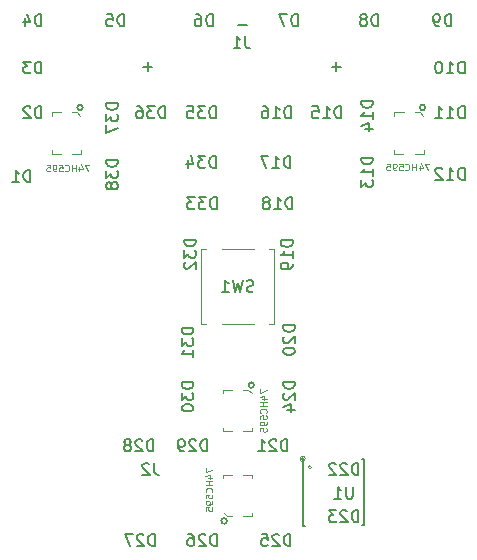
<source format=gbr>
G04 #@! TF.GenerationSoftware,KiCad,Pcbnew,(5.0.0)*
G04 #@! TF.CreationDate,2019-06-08T12:39:54-04:00*
G04 #@! TF.ProjectId,Tiny-er T,54696E792D657220542E6B696361645F,rev?*
G04 #@! TF.SameCoordinates,Original*
G04 #@! TF.FileFunction,Legend,Bot*
G04 #@! TF.FilePolarity,Positive*
%FSLAX46Y46*%
G04 Gerber Fmt 4.6, Leading zero omitted, Abs format (unit mm)*
G04 Created by KiCad (PCBNEW (5.0.0)) date 06/08/19 12:39:54*
%MOMM*%
%LPD*%
G01*
G04 APERTURE LIST*
%ADD10C,0.150000*%
%ADD11C,0.100000*%
%ADD12C,0.120000*%
%ADD13C,0.127000*%
%ADD14C,0.050000*%
G04 APERTURE END LIST*
D10*
G04 #@! TO.C,U1*
X120695000Y-115125000D02*
X120695000Y-120700000D01*
X115495000Y-115100000D02*
X115495000Y-120800000D01*
X120695000Y-115100000D02*
X120495000Y-115100000D01*
X120670000Y-120700000D02*
X120525000Y-120700000D01*
X115495000Y-120800000D02*
X115695000Y-120800000D01*
X115495000Y-115100000D02*
X115595000Y-115100000D01*
D11*
X116236421Y-115800000D02*
G75*
G03X116236421Y-115800000I-141421J0D01*
G01*
X115636421Y-115100000D02*
G75*
G03X115636421Y-115100000I-141421J0D01*
G01*
X115718607Y-115100000D02*
G75*
G03X115718607Y-115100000I-223607J0D01*
G01*
D12*
G04 #@! TO.C,SW1*
X107350000Y-103650000D02*
X106900000Y-103650000D01*
X106900000Y-103650000D02*
X106900000Y-97350000D01*
X106900000Y-97350000D02*
X107300000Y-97350000D01*
X108650000Y-103650000D02*
X111350000Y-103650000D01*
X111350000Y-97350000D02*
X108650000Y-97350000D01*
X113100000Y-103650000D02*
X113100000Y-97350000D01*
X113100000Y-97350000D02*
X112650000Y-97350000D01*
X112650000Y-103650000D02*
X113100000Y-103650000D01*
D11*
G04 #@! TO.C,U3*
X125400000Y-85750000D02*
X125675000Y-86025000D01*
X124975000Y-85750000D02*
X125400000Y-85750000D01*
X124050000Y-85750000D02*
X124025000Y-85750000D01*
X123250000Y-85750000D02*
X124050000Y-85750000D01*
X123250000Y-86025000D02*
X123250000Y-85750000D01*
X123250000Y-89250000D02*
X123250000Y-88950000D01*
X124025000Y-89250000D02*
X123250000Y-89250000D01*
X125750000Y-89250000D02*
X124975000Y-89250000D01*
X125750000Y-88975000D02*
X125750000Y-89250000D01*
D13*
X125885850Y-85350000D02*
G75*
G03X125885850Y-85350000I-235850J0D01*
G01*
D11*
G04 #@! TO.C,U4*
X110900000Y-109250000D02*
X111175000Y-109525000D01*
X110475000Y-109250000D02*
X110900000Y-109250000D01*
X109550000Y-109250000D02*
X109525000Y-109250000D01*
X108750000Y-109250000D02*
X109550000Y-109250000D01*
X108750000Y-109525000D02*
X108750000Y-109250000D01*
X108750000Y-112750000D02*
X108750000Y-112450000D01*
X109525000Y-112750000D02*
X108750000Y-112750000D01*
X111250000Y-112750000D02*
X110475000Y-112750000D01*
X111250000Y-112475000D02*
X111250000Y-112750000D01*
D13*
X111385850Y-108850000D02*
G75*
G03X111385850Y-108850000I-235850J0D01*
G01*
D11*
G04 #@! TO.C,U5*
X109100000Y-119950000D02*
X108825000Y-119675000D01*
X109525000Y-119950000D02*
X109100000Y-119950000D01*
X110450000Y-119950000D02*
X110475000Y-119950000D01*
X111250000Y-119950000D02*
X110450000Y-119950000D01*
X111250000Y-119675000D02*
X111250000Y-119950000D01*
X111250000Y-116450000D02*
X111250000Y-116750000D01*
X110475000Y-116450000D02*
X111250000Y-116450000D01*
X108750000Y-116450000D02*
X109525000Y-116450000D01*
X108750000Y-116725000D02*
X108750000Y-116450000D01*
D13*
X109085850Y-120350000D02*
G75*
G03X109085850Y-120350000I-235850J0D01*
G01*
D11*
G04 #@! TO.C,U6*
X96400000Y-85750000D02*
X96675000Y-86025000D01*
X95975000Y-85750000D02*
X96400000Y-85750000D01*
X95050000Y-85750000D02*
X95025000Y-85750000D01*
X94250000Y-85750000D02*
X95050000Y-85750000D01*
X94250000Y-86025000D02*
X94250000Y-85750000D01*
X94250000Y-89250000D02*
X94250000Y-88950000D01*
X95025000Y-89250000D02*
X94250000Y-89250000D01*
X96750000Y-89250000D02*
X95975000Y-89250000D01*
X96750000Y-88975000D02*
X96750000Y-89250000D01*
D13*
X96885850Y-85350000D02*
G75*
G03X96885850Y-85350000I-235850J0D01*
G01*
G04 #@! TO.C,D1*
D10*
X92438095Y-91652380D02*
X92438095Y-90652380D01*
X92200000Y-90652380D01*
X92057142Y-90700000D01*
X91961904Y-90795238D01*
X91914285Y-90890476D01*
X91866666Y-91080952D01*
X91866666Y-91223809D01*
X91914285Y-91414285D01*
X91961904Y-91509523D01*
X92057142Y-91604761D01*
X92200000Y-91652380D01*
X92438095Y-91652380D01*
X90914285Y-91652380D02*
X91485714Y-91652380D01*
X91200000Y-91652380D02*
X91200000Y-90652380D01*
X91295238Y-90795238D01*
X91390476Y-90890476D01*
X91485714Y-90938095D01*
G04 #@! TO.C,D2*
X93388095Y-86252380D02*
X93388095Y-85252380D01*
X93150000Y-85252380D01*
X93007142Y-85300000D01*
X92911904Y-85395238D01*
X92864285Y-85490476D01*
X92816666Y-85680952D01*
X92816666Y-85823809D01*
X92864285Y-86014285D01*
X92911904Y-86109523D01*
X93007142Y-86204761D01*
X93150000Y-86252380D01*
X93388095Y-86252380D01*
X92435714Y-85347619D02*
X92388095Y-85300000D01*
X92292857Y-85252380D01*
X92054761Y-85252380D01*
X91959523Y-85300000D01*
X91911904Y-85347619D01*
X91864285Y-85442857D01*
X91864285Y-85538095D01*
X91911904Y-85680952D01*
X92483333Y-86252380D01*
X91864285Y-86252380D01*
G04 #@! TO.C,D3*
X93388095Y-82452380D02*
X93388095Y-81452380D01*
X93150000Y-81452380D01*
X93007142Y-81500000D01*
X92911904Y-81595238D01*
X92864285Y-81690476D01*
X92816666Y-81880952D01*
X92816666Y-82023809D01*
X92864285Y-82214285D01*
X92911904Y-82309523D01*
X93007142Y-82404761D01*
X93150000Y-82452380D01*
X93388095Y-82452380D01*
X92483333Y-81452380D02*
X91864285Y-81452380D01*
X92197619Y-81833333D01*
X92054761Y-81833333D01*
X91959523Y-81880952D01*
X91911904Y-81928571D01*
X91864285Y-82023809D01*
X91864285Y-82261904D01*
X91911904Y-82357142D01*
X91959523Y-82404761D01*
X92054761Y-82452380D01*
X92340476Y-82452380D01*
X92435714Y-82404761D01*
X92483333Y-82357142D01*
G04 #@! TO.C,D4*
X93388095Y-78452380D02*
X93388095Y-77452380D01*
X93150000Y-77452380D01*
X93007142Y-77500000D01*
X92911904Y-77595238D01*
X92864285Y-77690476D01*
X92816666Y-77880952D01*
X92816666Y-78023809D01*
X92864285Y-78214285D01*
X92911904Y-78309523D01*
X93007142Y-78404761D01*
X93150000Y-78452380D01*
X93388095Y-78452380D01*
X91959523Y-77785714D02*
X91959523Y-78452380D01*
X92197619Y-77404761D02*
X92435714Y-78119047D01*
X91816666Y-78119047D01*
G04 #@! TO.C,D5*
X100388095Y-78452380D02*
X100388095Y-77452380D01*
X100150000Y-77452380D01*
X100007142Y-77500000D01*
X99911904Y-77595238D01*
X99864285Y-77690476D01*
X99816666Y-77880952D01*
X99816666Y-78023809D01*
X99864285Y-78214285D01*
X99911904Y-78309523D01*
X100007142Y-78404761D01*
X100150000Y-78452380D01*
X100388095Y-78452380D01*
X98911904Y-77452380D02*
X99388095Y-77452380D01*
X99435714Y-77928571D01*
X99388095Y-77880952D01*
X99292857Y-77833333D01*
X99054761Y-77833333D01*
X98959523Y-77880952D01*
X98911904Y-77928571D01*
X98864285Y-78023809D01*
X98864285Y-78261904D01*
X98911904Y-78357142D01*
X98959523Y-78404761D01*
X99054761Y-78452380D01*
X99292857Y-78452380D01*
X99388095Y-78404761D01*
X99435714Y-78357142D01*
G04 #@! TO.C,D6*
X107888095Y-78452380D02*
X107888095Y-77452380D01*
X107650000Y-77452380D01*
X107507142Y-77500000D01*
X107411904Y-77595238D01*
X107364285Y-77690476D01*
X107316666Y-77880952D01*
X107316666Y-78023809D01*
X107364285Y-78214285D01*
X107411904Y-78309523D01*
X107507142Y-78404761D01*
X107650000Y-78452380D01*
X107888095Y-78452380D01*
X106459523Y-77452380D02*
X106650000Y-77452380D01*
X106745238Y-77500000D01*
X106792857Y-77547619D01*
X106888095Y-77690476D01*
X106935714Y-77880952D01*
X106935714Y-78261904D01*
X106888095Y-78357142D01*
X106840476Y-78404761D01*
X106745238Y-78452380D01*
X106554761Y-78452380D01*
X106459523Y-78404761D01*
X106411904Y-78357142D01*
X106364285Y-78261904D01*
X106364285Y-78023809D01*
X106411904Y-77928571D01*
X106459523Y-77880952D01*
X106554761Y-77833333D01*
X106745238Y-77833333D01*
X106840476Y-77880952D01*
X106888095Y-77928571D01*
X106935714Y-78023809D01*
G04 #@! TO.C,D7*
X115088095Y-78452380D02*
X115088095Y-77452380D01*
X114850000Y-77452380D01*
X114707142Y-77500000D01*
X114611904Y-77595238D01*
X114564285Y-77690476D01*
X114516666Y-77880952D01*
X114516666Y-78023809D01*
X114564285Y-78214285D01*
X114611904Y-78309523D01*
X114707142Y-78404761D01*
X114850000Y-78452380D01*
X115088095Y-78452380D01*
X114183333Y-77452380D02*
X113516666Y-77452380D01*
X113945238Y-78452380D01*
G04 #@! TO.C,D8*
X121888095Y-78452380D02*
X121888095Y-77452380D01*
X121650000Y-77452380D01*
X121507142Y-77500000D01*
X121411904Y-77595238D01*
X121364285Y-77690476D01*
X121316666Y-77880952D01*
X121316666Y-78023809D01*
X121364285Y-78214285D01*
X121411904Y-78309523D01*
X121507142Y-78404761D01*
X121650000Y-78452380D01*
X121888095Y-78452380D01*
X120745238Y-77880952D02*
X120840476Y-77833333D01*
X120888095Y-77785714D01*
X120935714Y-77690476D01*
X120935714Y-77642857D01*
X120888095Y-77547619D01*
X120840476Y-77500000D01*
X120745238Y-77452380D01*
X120554761Y-77452380D01*
X120459523Y-77500000D01*
X120411904Y-77547619D01*
X120364285Y-77642857D01*
X120364285Y-77690476D01*
X120411904Y-77785714D01*
X120459523Y-77833333D01*
X120554761Y-77880952D01*
X120745238Y-77880952D01*
X120840476Y-77928571D01*
X120888095Y-77976190D01*
X120935714Y-78071428D01*
X120935714Y-78261904D01*
X120888095Y-78357142D01*
X120840476Y-78404761D01*
X120745238Y-78452380D01*
X120554761Y-78452380D01*
X120459523Y-78404761D01*
X120411904Y-78357142D01*
X120364285Y-78261904D01*
X120364285Y-78071428D01*
X120411904Y-77976190D01*
X120459523Y-77928571D01*
X120554761Y-77880952D01*
G04 #@! TO.C,D9*
X128088095Y-78452380D02*
X128088095Y-77452380D01*
X127850000Y-77452380D01*
X127707142Y-77500000D01*
X127611904Y-77595238D01*
X127564285Y-77690476D01*
X127516666Y-77880952D01*
X127516666Y-78023809D01*
X127564285Y-78214285D01*
X127611904Y-78309523D01*
X127707142Y-78404761D01*
X127850000Y-78452380D01*
X128088095Y-78452380D01*
X127040476Y-78452380D02*
X126850000Y-78452380D01*
X126754761Y-78404761D01*
X126707142Y-78357142D01*
X126611904Y-78214285D01*
X126564285Y-78023809D01*
X126564285Y-77642857D01*
X126611904Y-77547619D01*
X126659523Y-77500000D01*
X126754761Y-77452380D01*
X126945238Y-77452380D01*
X127040476Y-77500000D01*
X127088095Y-77547619D01*
X127135714Y-77642857D01*
X127135714Y-77880952D01*
X127088095Y-77976190D01*
X127040476Y-78023809D01*
X126945238Y-78071428D01*
X126754761Y-78071428D01*
X126659523Y-78023809D01*
X126611904Y-77976190D01*
X126564285Y-77880952D01*
G04 #@! TO.C,D10*
X129214285Y-82452380D02*
X129214285Y-81452380D01*
X128976190Y-81452380D01*
X128833333Y-81500000D01*
X128738095Y-81595238D01*
X128690476Y-81690476D01*
X128642857Y-81880952D01*
X128642857Y-82023809D01*
X128690476Y-82214285D01*
X128738095Y-82309523D01*
X128833333Y-82404761D01*
X128976190Y-82452380D01*
X129214285Y-82452380D01*
X127690476Y-82452380D02*
X128261904Y-82452380D01*
X127976190Y-82452380D02*
X127976190Y-81452380D01*
X128071428Y-81595238D01*
X128166666Y-81690476D01*
X128261904Y-81738095D01*
X127071428Y-81452380D02*
X126976190Y-81452380D01*
X126880952Y-81500000D01*
X126833333Y-81547619D01*
X126785714Y-81642857D01*
X126738095Y-81833333D01*
X126738095Y-82071428D01*
X126785714Y-82261904D01*
X126833333Y-82357142D01*
X126880952Y-82404761D01*
X126976190Y-82452380D01*
X127071428Y-82452380D01*
X127166666Y-82404761D01*
X127214285Y-82357142D01*
X127261904Y-82261904D01*
X127309523Y-82071428D01*
X127309523Y-81833333D01*
X127261904Y-81642857D01*
X127214285Y-81547619D01*
X127166666Y-81500000D01*
X127071428Y-81452380D01*
G04 #@! TO.C,D11*
X129214285Y-86252380D02*
X129214285Y-85252380D01*
X128976190Y-85252380D01*
X128833333Y-85300000D01*
X128738095Y-85395238D01*
X128690476Y-85490476D01*
X128642857Y-85680952D01*
X128642857Y-85823809D01*
X128690476Y-86014285D01*
X128738095Y-86109523D01*
X128833333Y-86204761D01*
X128976190Y-86252380D01*
X129214285Y-86252380D01*
X127690476Y-86252380D02*
X128261904Y-86252380D01*
X127976190Y-86252380D02*
X127976190Y-85252380D01*
X128071428Y-85395238D01*
X128166666Y-85490476D01*
X128261904Y-85538095D01*
X126738095Y-86252380D02*
X127309523Y-86252380D01*
X127023809Y-86252380D02*
X127023809Y-85252380D01*
X127119047Y-85395238D01*
X127214285Y-85490476D01*
X127309523Y-85538095D01*
G04 #@! TO.C,D12*
X129214285Y-91452380D02*
X129214285Y-90452380D01*
X128976190Y-90452380D01*
X128833333Y-90500000D01*
X128738095Y-90595238D01*
X128690476Y-90690476D01*
X128642857Y-90880952D01*
X128642857Y-91023809D01*
X128690476Y-91214285D01*
X128738095Y-91309523D01*
X128833333Y-91404761D01*
X128976190Y-91452380D01*
X129214285Y-91452380D01*
X127690476Y-91452380D02*
X128261904Y-91452380D01*
X127976190Y-91452380D02*
X127976190Y-90452380D01*
X128071428Y-90595238D01*
X128166666Y-90690476D01*
X128261904Y-90738095D01*
X127309523Y-90547619D02*
X127261904Y-90500000D01*
X127166666Y-90452380D01*
X126928571Y-90452380D01*
X126833333Y-90500000D01*
X126785714Y-90547619D01*
X126738095Y-90642857D01*
X126738095Y-90738095D01*
X126785714Y-90880952D01*
X127357142Y-91452380D01*
X126738095Y-91452380D01*
G04 #@! TO.C,D13*
X121452380Y-89585714D02*
X120452380Y-89585714D01*
X120452380Y-89823809D01*
X120500000Y-89966666D01*
X120595238Y-90061904D01*
X120690476Y-90109523D01*
X120880952Y-90157142D01*
X121023809Y-90157142D01*
X121214285Y-90109523D01*
X121309523Y-90061904D01*
X121404761Y-89966666D01*
X121452380Y-89823809D01*
X121452380Y-89585714D01*
X121452380Y-91109523D02*
X121452380Y-90538095D01*
X121452380Y-90823809D02*
X120452380Y-90823809D01*
X120595238Y-90728571D01*
X120690476Y-90633333D01*
X120738095Y-90538095D01*
X120452380Y-91442857D02*
X120452380Y-92061904D01*
X120833333Y-91728571D01*
X120833333Y-91871428D01*
X120880952Y-91966666D01*
X120928571Y-92014285D01*
X121023809Y-92061904D01*
X121261904Y-92061904D01*
X121357142Y-92014285D01*
X121404761Y-91966666D01*
X121452380Y-91871428D01*
X121452380Y-91585714D01*
X121404761Y-91490476D01*
X121357142Y-91442857D01*
G04 #@! TO.C,D14*
X121452380Y-84785714D02*
X120452380Y-84785714D01*
X120452380Y-85023809D01*
X120500000Y-85166666D01*
X120595238Y-85261904D01*
X120690476Y-85309523D01*
X120880952Y-85357142D01*
X121023809Y-85357142D01*
X121214285Y-85309523D01*
X121309523Y-85261904D01*
X121404761Y-85166666D01*
X121452380Y-85023809D01*
X121452380Y-84785714D01*
X121452380Y-86309523D02*
X121452380Y-85738095D01*
X121452380Y-86023809D02*
X120452380Y-86023809D01*
X120595238Y-85928571D01*
X120690476Y-85833333D01*
X120738095Y-85738095D01*
X120785714Y-87166666D02*
X121452380Y-87166666D01*
X120404761Y-86928571D02*
X121119047Y-86690476D01*
X121119047Y-87309523D01*
G04 #@! TO.C,D15*
X118764285Y-86252380D02*
X118764285Y-85252380D01*
X118526190Y-85252380D01*
X118383333Y-85300000D01*
X118288095Y-85395238D01*
X118240476Y-85490476D01*
X118192857Y-85680952D01*
X118192857Y-85823809D01*
X118240476Y-86014285D01*
X118288095Y-86109523D01*
X118383333Y-86204761D01*
X118526190Y-86252380D01*
X118764285Y-86252380D01*
X117240476Y-86252380D02*
X117811904Y-86252380D01*
X117526190Y-86252380D02*
X117526190Y-85252380D01*
X117621428Y-85395238D01*
X117716666Y-85490476D01*
X117811904Y-85538095D01*
X116335714Y-85252380D02*
X116811904Y-85252380D01*
X116859523Y-85728571D01*
X116811904Y-85680952D01*
X116716666Y-85633333D01*
X116478571Y-85633333D01*
X116383333Y-85680952D01*
X116335714Y-85728571D01*
X116288095Y-85823809D01*
X116288095Y-86061904D01*
X116335714Y-86157142D01*
X116383333Y-86204761D01*
X116478571Y-86252380D01*
X116716666Y-86252380D01*
X116811904Y-86204761D01*
X116859523Y-86157142D01*
G04 #@! TO.C,D16*
X114514285Y-86252380D02*
X114514285Y-85252380D01*
X114276190Y-85252380D01*
X114133333Y-85300000D01*
X114038095Y-85395238D01*
X113990476Y-85490476D01*
X113942857Y-85680952D01*
X113942857Y-85823809D01*
X113990476Y-86014285D01*
X114038095Y-86109523D01*
X114133333Y-86204761D01*
X114276190Y-86252380D01*
X114514285Y-86252380D01*
X112990476Y-86252380D02*
X113561904Y-86252380D01*
X113276190Y-86252380D02*
X113276190Y-85252380D01*
X113371428Y-85395238D01*
X113466666Y-85490476D01*
X113561904Y-85538095D01*
X112133333Y-85252380D02*
X112323809Y-85252380D01*
X112419047Y-85300000D01*
X112466666Y-85347619D01*
X112561904Y-85490476D01*
X112609523Y-85680952D01*
X112609523Y-86061904D01*
X112561904Y-86157142D01*
X112514285Y-86204761D01*
X112419047Y-86252380D01*
X112228571Y-86252380D01*
X112133333Y-86204761D01*
X112085714Y-86157142D01*
X112038095Y-86061904D01*
X112038095Y-85823809D01*
X112085714Y-85728571D01*
X112133333Y-85680952D01*
X112228571Y-85633333D01*
X112419047Y-85633333D01*
X112514285Y-85680952D01*
X112561904Y-85728571D01*
X112609523Y-85823809D01*
G04 #@! TO.C,D17*
X114464285Y-90452380D02*
X114464285Y-89452380D01*
X114226190Y-89452380D01*
X114083333Y-89500000D01*
X113988095Y-89595238D01*
X113940476Y-89690476D01*
X113892857Y-89880952D01*
X113892857Y-90023809D01*
X113940476Y-90214285D01*
X113988095Y-90309523D01*
X114083333Y-90404761D01*
X114226190Y-90452380D01*
X114464285Y-90452380D01*
X112940476Y-90452380D02*
X113511904Y-90452380D01*
X113226190Y-90452380D02*
X113226190Y-89452380D01*
X113321428Y-89595238D01*
X113416666Y-89690476D01*
X113511904Y-89738095D01*
X112607142Y-89452380D02*
X111940476Y-89452380D01*
X112369047Y-90452380D01*
G04 #@! TO.C,D18*
X114614285Y-93952380D02*
X114614285Y-92952380D01*
X114376190Y-92952380D01*
X114233333Y-93000000D01*
X114138095Y-93095238D01*
X114090476Y-93190476D01*
X114042857Y-93380952D01*
X114042857Y-93523809D01*
X114090476Y-93714285D01*
X114138095Y-93809523D01*
X114233333Y-93904761D01*
X114376190Y-93952380D01*
X114614285Y-93952380D01*
X113090476Y-93952380D02*
X113661904Y-93952380D01*
X113376190Y-93952380D02*
X113376190Y-92952380D01*
X113471428Y-93095238D01*
X113566666Y-93190476D01*
X113661904Y-93238095D01*
X112519047Y-93380952D02*
X112614285Y-93333333D01*
X112661904Y-93285714D01*
X112709523Y-93190476D01*
X112709523Y-93142857D01*
X112661904Y-93047619D01*
X112614285Y-93000000D01*
X112519047Y-92952380D01*
X112328571Y-92952380D01*
X112233333Y-93000000D01*
X112185714Y-93047619D01*
X112138095Y-93142857D01*
X112138095Y-93190476D01*
X112185714Y-93285714D01*
X112233333Y-93333333D01*
X112328571Y-93380952D01*
X112519047Y-93380952D01*
X112614285Y-93428571D01*
X112661904Y-93476190D01*
X112709523Y-93571428D01*
X112709523Y-93761904D01*
X112661904Y-93857142D01*
X112614285Y-93904761D01*
X112519047Y-93952380D01*
X112328571Y-93952380D01*
X112233333Y-93904761D01*
X112185714Y-93857142D01*
X112138095Y-93761904D01*
X112138095Y-93571428D01*
X112185714Y-93476190D01*
X112233333Y-93428571D01*
X112328571Y-93380952D01*
G04 #@! TO.C,D19*
X114652380Y-96585714D02*
X113652380Y-96585714D01*
X113652380Y-96823809D01*
X113700000Y-96966666D01*
X113795238Y-97061904D01*
X113890476Y-97109523D01*
X114080952Y-97157142D01*
X114223809Y-97157142D01*
X114414285Y-97109523D01*
X114509523Y-97061904D01*
X114604761Y-96966666D01*
X114652380Y-96823809D01*
X114652380Y-96585714D01*
X114652380Y-98109523D02*
X114652380Y-97538095D01*
X114652380Y-97823809D02*
X113652380Y-97823809D01*
X113795238Y-97728571D01*
X113890476Y-97633333D01*
X113938095Y-97538095D01*
X114652380Y-98585714D02*
X114652380Y-98776190D01*
X114604761Y-98871428D01*
X114557142Y-98919047D01*
X114414285Y-99014285D01*
X114223809Y-99061904D01*
X113842857Y-99061904D01*
X113747619Y-99014285D01*
X113700000Y-98966666D01*
X113652380Y-98871428D01*
X113652380Y-98680952D01*
X113700000Y-98585714D01*
X113747619Y-98538095D01*
X113842857Y-98490476D01*
X114080952Y-98490476D01*
X114176190Y-98538095D01*
X114223809Y-98585714D01*
X114271428Y-98680952D01*
X114271428Y-98871428D01*
X114223809Y-98966666D01*
X114176190Y-99014285D01*
X114080952Y-99061904D01*
G04 #@! TO.C,D20*
X114852380Y-103785714D02*
X113852380Y-103785714D01*
X113852380Y-104023809D01*
X113900000Y-104166666D01*
X113995238Y-104261904D01*
X114090476Y-104309523D01*
X114280952Y-104357142D01*
X114423809Y-104357142D01*
X114614285Y-104309523D01*
X114709523Y-104261904D01*
X114804761Y-104166666D01*
X114852380Y-104023809D01*
X114852380Y-103785714D01*
X113947619Y-104738095D02*
X113900000Y-104785714D01*
X113852380Y-104880952D01*
X113852380Y-105119047D01*
X113900000Y-105214285D01*
X113947619Y-105261904D01*
X114042857Y-105309523D01*
X114138095Y-105309523D01*
X114280952Y-105261904D01*
X114852380Y-104690476D01*
X114852380Y-105309523D01*
X113852380Y-105928571D02*
X113852380Y-106023809D01*
X113900000Y-106119047D01*
X113947619Y-106166666D01*
X114042857Y-106214285D01*
X114233333Y-106261904D01*
X114471428Y-106261904D01*
X114661904Y-106214285D01*
X114757142Y-106166666D01*
X114804761Y-106119047D01*
X114852380Y-106023809D01*
X114852380Y-105928571D01*
X114804761Y-105833333D01*
X114757142Y-105785714D01*
X114661904Y-105738095D01*
X114471428Y-105690476D01*
X114233333Y-105690476D01*
X114042857Y-105738095D01*
X113947619Y-105785714D01*
X113900000Y-105833333D01*
X113852380Y-105928571D01*
G04 #@! TO.C,D21*
X114214285Y-114452380D02*
X114214285Y-113452380D01*
X113976190Y-113452380D01*
X113833333Y-113500000D01*
X113738095Y-113595238D01*
X113690476Y-113690476D01*
X113642857Y-113880952D01*
X113642857Y-114023809D01*
X113690476Y-114214285D01*
X113738095Y-114309523D01*
X113833333Y-114404761D01*
X113976190Y-114452380D01*
X114214285Y-114452380D01*
X113261904Y-113547619D02*
X113214285Y-113500000D01*
X113119047Y-113452380D01*
X112880952Y-113452380D01*
X112785714Y-113500000D01*
X112738095Y-113547619D01*
X112690476Y-113642857D01*
X112690476Y-113738095D01*
X112738095Y-113880952D01*
X113309523Y-114452380D01*
X112690476Y-114452380D01*
X111738095Y-114452380D02*
X112309523Y-114452380D01*
X112023809Y-114452380D02*
X112023809Y-113452380D01*
X112119047Y-113595238D01*
X112214285Y-113690476D01*
X112309523Y-113738095D01*
G04 #@! TO.C,D22*
X120214285Y-116452380D02*
X120214285Y-115452380D01*
X119976190Y-115452380D01*
X119833333Y-115500000D01*
X119738095Y-115595238D01*
X119690476Y-115690476D01*
X119642857Y-115880952D01*
X119642857Y-116023809D01*
X119690476Y-116214285D01*
X119738095Y-116309523D01*
X119833333Y-116404761D01*
X119976190Y-116452380D01*
X120214285Y-116452380D01*
X119261904Y-115547619D02*
X119214285Y-115500000D01*
X119119047Y-115452380D01*
X118880952Y-115452380D01*
X118785714Y-115500000D01*
X118738095Y-115547619D01*
X118690476Y-115642857D01*
X118690476Y-115738095D01*
X118738095Y-115880952D01*
X119309523Y-116452380D01*
X118690476Y-116452380D01*
X118309523Y-115547619D02*
X118261904Y-115500000D01*
X118166666Y-115452380D01*
X117928571Y-115452380D01*
X117833333Y-115500000D01*
X117785714Y-115547619D01*
X117738095Y-115642857D01*
X117738095Y-115738095D01*
X117785714Y-115880952D01*
X118357142Y-116452380D01*
X117738095Y-116452380D01*
G04 #@! TO.C,D23*
X120214285Y-120452380D02*
X120214285Y-119452380D01*
X119976190Y-119452380D01*
X119833333Y-119500000D01*
X119738095Y-119595238D01*
X119690476Y-119690476D01*
X119642857Y-119880952D01*
X119642857Y-120023809D01*
X119690476Y-120214285D01*
X119738095Y-120309523D01*
X119833333Y-120404761D01*
X119976190Y-120452380D01*
X120214285Y-120452380D01*
X119261904Y-119547619D02*
X119214285Y-119500000D01*
X119119047Y-119452380D01*
X118880952Y-119452380D01*
X118785714Y-119500000D01*
X118738095Y-119547619D01*
X118690476Y-119642857D01*
X118690476Y-119738095D01*
X118738095Y-119880952D01*
X119309523Y-120452380D01*
X118690476Y-120452380D01*
X118357142Y-119452380D02*
X117738095Y-119452380D01*
X118071428Y-119833333D01*
X117928571Y-119833333D01*
X117833333Y-119880952D01*
X117785714Y-119928571D01*
X117738095Y-120023809D01*
X117738095Y-120261904D01*
X117785714Y-120357142D01*
X117833333Y-120404761D01*
X117928571Y-120452380D01*
X118214285Y-120452380D01*
X118309523Y-120404761D01*
X118357142Y-120357142D01*
G04 #@! TO.C,D24*
X114852380Y-108585714D02*
X113852380Y-108585714D01*
X113852380Y-108823809D01*
X113900000Y-108966666D01*
X113995238Y-109061904D01*
X114090476Y-109109523D01*
X114280952Y-109157142D01*
X114423809Y-109157142D01*
X114614285Y-109109523D01*
X114709523Y-109061904D01*
X114804761Y-108966666D01*
X114852380Y-108823809D01*
X114852380Y-108585714D01*
X113947619Y-109538095D02*
X113900000Y-109585714D01*
X113852380Y-109680952D01*
X113852380Y-109919047D01*
X113900000Y-110014285D01*
X113947619Y-110061904D01*
X114042857Y-110109523D01*
X114138095Y-110109523D01*
X114280952Y-110061904D01*
X114852380Y-109490476D01*
X114852380Y-110109523D01*
X114185714Y-110966666D02*
X114852380Y-110966666D01*
X113804761Y-110728571D02*
X114519047Y-110490476D01*
X114519047Y-111109523D01*
G04 #@! TO.C,U1*
X119761904Y-117452380D02*
X119761904Y-118261904D01*
X119714285Y-118357142D01*
X119666666Y-118404761D01*
X119571428Y-118452380D01*
X119380952Y-118452380D01*
X119285714Y-118404761D01*
X119238095Y-118357142D01*
X119190476Y-118261904D01*
X119190476Y-117452380D01*
X118190476Y-118452380D02*
X118761904Y-118452380D01*
X118476190Y-118452380D02*
X118476190Y-117452380D01*
X118571428Y-117595238D01*
X118666666Y-117690476D01*
X118761904Y-117738095D01*
G04 #@! TO.C,SW1*
X111333333Y-100904761D02*
X111190476Y-100952380D01*
X110952380Y-100952380D01*
X110857142Y-100904761D01*
X110809523Y-100857142D01*
X110761904Y-100761904D01*
X110761904Y-100666666D01*
X110809523Y-100571428D01*
X110857142Y-100523809D01*
X110952380Y-100476190D01*
X111142857Y-100428571D01*
X111238095Y-100380952D01*
X111285714Y-100333333D01*
X111333333Y-100238095D01*
X111333333Y-100142857D01*
X111285714Y-100047619D01*
X111238095Y-100000000D01*
X111142857Y-99952380D01*
X110904761Y-99952380D01*
X110761904Y-100000000D01*
X110428571Y-99952380D02*
X110190476Y-100952380D01*
X110000000Y-100238095D01*
X109809523Y-100952380D01*
X109571428Y-99952380D01*
X108666666Y-100952380D02*
X109238095Y-100952380D01*
X108952380Y-100952380D02*
X108952380Y-99952380D01*
X109047619Y-100095238D01*
X109142857Y-100190476D01*
X109238095Y-100238095D01*
G04 #@! TO.C,D25*
X114464285Y-122452380D02*
X114464285Y-121452380D01*
X114226190Y-121452380D01*
X114083333Y-121500000D01*
X113988095Y-121595238D01*
X113940476Y-121690476D01*
X113892857Y-121880952D01*
X113892857Y-122023809D01*
X113940476Y-122214285D01*
X113988095Y-122309523D01*
X114083333Y-122404761D01*
X114226190Y-122452380D01*
X114464285Y-122452380D01*
X113511904Y-121547619D02*
X113464285Y-121500000D01*
X113369047Y-121452380D01*
X113130952Y-121452380D01*
X113035714Y-121500000D01*
X112988095Y-121547619D01*
X112940476Y-121642857D01*
X112940476Y-121738095D01*
X112988095Y-121880952D01*
X113559523Y-122452380D01*
X112940476Y-122452380D01*
X112035714Y-121452380D02*
X112511904Y-121452380D01*
X112559523Y-121928571D01*
X112511904Y-121880952D01*
X112416666Y-121833333D01*
X112178571Y-121833333D01*
X112083333Y-121880952D01*
X112035714Y-121928571D01*
X111988095Y-122023809D01*
X111988095Y-122261904D01*
X112035714Y-122357142D01*
X112083333Y-122404761D01*
X112178571Y-122452380D01*
X112416666Y-122452380D01*
X112511904Y-122404761D01*
X112559523Y-122357142D01*
G04 #@! TO.C,D26*
X108214285Y-122452380D02*
X108214285Y-121452380D01*
X107976190Y-121452380D01*
X107833333Y-121500000D01*
X107738095Y-121595238D01*
X107690476Y-121690476D01*
X107642857Y-121880952D01*
X107642857Y-122023809D01*
X107690476Y-122214285D01*
X107738095Y-122309523D01*
X107833333Y-122404761D01*
X107976190Y-122452380D01*
X108214285Y-122452380D01*
X107261904Y-121547619D02*
X107214285Y-121500000D01*
X107119047Y-121452380D01*
X106880952Y-121452380D01*
X106785714Y-121500000D01*
X106738095Y-121547619D01*
X106690476Y-121642857D01*
X106690476Y-121738095D01*
X106738095Y-121880952D01*
X107309523Y-122452380D01*
X106690476Y-122452380D01*
X105833333Y-121452380D02*
X106023809Y-121452380D01*
X106119047Y-121500000D01*
X106166666Y-121547619D01*
X106261904Y-121690476D01*
X106309523Y-121880952D01*
X106309523Y-122261904D01*
X106261904Y-122357142D01*
X106214285Y-122404761D01*
X106119047Y-122452380D01*
X105928571Y-122452380D01*
X105833333Y-122404761D01*
X105785714Y-122357142D01*
X105738095Y-122261904D01*
X105738095Y-122023809D01*
X105785714Y-121928571D01*
X105833333Y-121880952D01*
X105928571Y-121833333D01*
X106119047Y-121833333D01*
X106214285Y-121880952D01*
X106261904Y-121928571D01*
X106309523Y-122023809D01*
G04 #@! TO.C,D27*
X102964285Y-122452380D02*
X102964285Y-121452380D01*
X102726190Y-121452380D01*
X102583333Y-121500000D01*
X102488095Y-121595238D01*
X102440476Y-121690476D01*
X102392857Y-121880952D01*
X102392857Y-122023809D01*
X102440476Y-122214285D01*
X102488095Y-122309523D01*
X102583333Y-122404761D01*
X102726190Y-122452380D01*
X102964285Y-122452380D01*
X102011904Y-121547619D02*
X101964285Y-121500000D01*
X101869047Y-121452380D01*
X101630952Y-121452380D01*
X101535714Y-121500000D01*
X101488095Y-121547619D01*
X101440476Y-121642857D01*
X101440476Y-121738095D01*
X101488095Y-121880952D01*
X102059523Y-122452380D01*
X101440476Y-122452380D01*
X101107142Y-121452380D02*
X100440476Y-121452380D01*
X100869047Y-122452380D01*
G04 #@! TO.C,D28*
X102864285Y-114452380D02*
X102864285Y-113452380D01*
X102626190Y-113452380D01*
X102483333Y-113500000D01*
X102388095Y-113595238D01*
X102340476Y-113690476D01*
X102292857Y-113880952D01*
X102292857Y-114023809D01*
X102340476Y-114214285D01*
X102388095Y-114309523D01*
X102483333Y-114404761D01*
X102626190Y-114452380D01*
X102864285Y-114452380D01*
X101911904Y-113547619D02*
X101864285Y-113500000D01*
X101769047Y-113452380D01*
X101530952Y-113452380D01*
X101435714Y-113500000D01*
X101388095Y-113547619D01*
X101340476Y-113642857D01*
X101340476Y-113738095D01*
X101388095Y-113880952D01*
X101959523Y-114452380D01*
X101340476Y-114452380D01*
X100769047Y-113880952D02*
X100864285Y-113833333D01*
X100911904Y-113785714D01*
X100959523Y-113690476D01*
X100959523Y-113642857D01*
X100911904Y-113547619D01*
X100864285Y-113500000D01*
X100769047Y-113452380D01*
X100578571Y-113452380D01*
X100483333Y-113500000D01*
X100435714Y-113547619D01*
X100388095Y-113642857D01*
X100388095Y-113690476D01*
X100435714Y-113785714D01*
X100483333Y-113833333D01*
X100578571Y-113880952D01*
X100769047Y-113880952D01*
X100864285Y-113928571D01*
X100911904Y-113976190D01*
X100959523Y-114071428D01*
X100959523Y-114261904D01*
X100911904Y-114357142D01*
X100864285Y-114404761D01*
X100769047Y-114452380D01*
X100578571Y-114452380D01*
X100483333Y-114404761D01*
X100435714Y-114357142D01*
X100388095Y-114261904D01*
X100388095Y-114071428D01*
X100435714Y-113976190D01*
X100483333Y-113928571D01*
X100578571Y-113880952D01*
G04 #@! TO.C,D29*
X107414285Y-114452380D02*
X107414285Y-113452380D01*
X107176190Y-113452380D01*
X107033333Y-113500000D01*
X106938095Y-113595238D01*
X106890476Y-113690476D01*
X106842857Y-113880952D01*
X106842857Y-114023809D01*
X106890476Y-114214285D01*
X106938095Y-114309523D01*
X107033333Y-114404761D01*
X107176190Y-114452380D01*
X107414285Y-114452380D01*
X106461904Y-113547619D02*
X106414285Y-113500000D01*
X106319047Y-113452380D01*
X106080952Y-113452380D01*
X105985714Y-113500000D01*
X105938095Y-113547619D01*
X105890476Y-113642857D01*
X105890476Y-113738095D01*
X105938095Y-113880952D01*
X106509523Y-114452380D01*
X105890476Y-114452380D01*
X105414285Y-114452380D02*
X105223809Y-114452380D01*
X105128571Y-114404761D01*
X105080952Y-114357142D01*
X104985714Y-114214285D01*
X104938095Y-114023809D01*
X104938095Y-113642857D01*
X104985714Y-113547619D01*
X105033333Y-113500000D01*
X105128571Y-113452380D01*
X105319047Y-113452380D01*
X105414285Y-113500000D01*
X105461904Y-113547619D01*
X105509523Y-113642857D01*
X105509523Y-113880952D01*
X105461904Y-113976190D01*
X105414285Y-114023809D01*
X105319047Y-114071428D01*
X105128571Y-114071428D01*
X105033333Y-114023809D01*
X104985714Y-113976190D01*
X104938095Y-113880952D01*
G04 #@! TO.C,D30*
X106252380Y-108585714D02*
X105252380Y-108585714D01*
X105252380Y-108823809D01*
X105300000Y-108966666D01*
X105395238Y-109061904D01*
X105490476Y-109109523D01*
X105680952Y-109157142D01*
X105823809Y-109157142D01*
X106014285Y-109109523D01*
X106109523Y-109061904D01*
X106204761Y-108966666D01*
X106252380Y-108823809D01*
X106252380Y-108585714D01*
X105252380Y-109490476D02*
X105252380Y-110109523D01*
X105633333Y-109776190D01*
X105633333Y-109919047D01*
X105680952Y-110014285D01*
X105728571Y-110061904D01*
X105823809Y-110109523D01*
X106061904Y-110109523D01*
X106157142Y-110061904D01*
X106204761Y-110014285D01*
X106252380Y-109919047D01*
X106252380Y-109633333D01*
X106204761Y-109538095D01*
X106157142Y-109490476D01*
X105252380Y-110728571D02*
X105252380Y-110823809D01*
X105300000Y-110919047D01*
X105347619Y-110966666D01*
X105442857Y-111014285D01*
X105633333Y-111061904D01*
X105871428Y-111061904D01*
X106061904Y-111014285D01*
X106157142Y-110966666D01*
X106204761Y-110919047D01*
X106252380Y-110823809D01*
X106252380Y-110728571D01*
X106204761Y-110633333D01*
X106157142Y-110585714D01*
X106061904Y-110538095D01*
X105871428Y-110490476D01*
X105633333Y-110490476D01*
X105442857Y-110538095D01*
X105347619Y-110585714D01*
X105300000Y-110633333D01*
X105252380Y-110728571D01*
G04 #@! TO.C,D31*
X106252380Y-103985714D02*
X105252380Y-103985714D01*
X105252380Y-104223809D01*
X105300000Y-104366666D01*
X105395238Y-104461904D01*
X105490476Y-104509523D01*
X105680952Y-104557142D01*
X105823809Y-104557142D01*
X106014285Y-104509523D01*
X106109523Y-104461904D01*
X106204761Y-104366666D01*
X106252380Y-104223809D01*
X106252380Y-103985714D01*
X105252380Y-104890476D02*
X105252380Y-105509523D01*
X105633333Y-105176190D01*
X105633333Y-105319047D01*
X105680952Y-105414285D01*
X105728571Y-105461904D01*
X105823809Y-105509523D01*
X106061904Y-105509523D01*
X106157142Y-105461904D01*
X106204761Y-105414285D01*
X106252380Y-105319047D01*
X106252380Y-105033333D01*
X106204761Y-104938095D01*
X106157142Y-104890476D01*
X106252380Y-106461904D02*
X106252380Y-105890476D01*
X106252380Y-106176190D02*
X105252380Y-106176190D01*
X105395238Y-106080952D01*
X105490476Y-105985714D01*
X105538095Y-105890476D01*
G04 #@! TO.C,D32*
X106452380Y-96535714D02*
X105452380Y-96535714D01*
X105452380Y-96773809D01*
X105500000Y-96916666D01*
X105595238Y-97011904D01*
X105690476Y-97059523D01*
X105880952Y-97107142D01*
X106023809Y-97107142D01*
X106214285Y-97059523D01*
X106309523Y-97011904D01*
X106404761Y-96916666D01*
X106452380Y-96773809D01*
X106452380Y-96535714D01*
X105452380Y-97440476D02*
X105452380Y-98059523D01*
X105833333Y-97726190D01*
X105833333Y-97869047D01*
X105880952Y-97964285D01*
X105928571Y-98011904D01*
X106023809Y-98059523D01*
X106261904Y-98059523D01*
X106357142Y-98011904D01*
X106404761Y-97964285D01*
X106452380Y-97869047D01*
X106452380Y-97583333D01*
X106404761Y-97488095D01*
X106357142Y-97440476D01*
X105547619Y-98440476D02*
X105500000Y-98488095D01*
X105452380Y-98583333D01*
X105452380Y-98821428D01*
X105500000Y-98916666D01*
X105547619Y-98964285D01*
X105642857Y-99011904D01*
X105738095Y-99011904D01*
X105880952Y-98964285D01*
X106452380Y-98392857D01*
X106452380Y-99011904D01*
G04 #@! TO.C,D33*
X108214285Y-93952380D02*
X108214285Y-92952380D01*
X107976190Y-92952380D01*
X107833333Y-93000000D01*
X107738095Y-93095238D01*
X107690476Y-93190476D01*
X107642857Y-93380952D01*
X107642857Y-93523809D01*
X107690476Y-93714285D01*
X107738095Y-93809523D01*
X107833333Y-93904761D01*
X107976190Y-93952380D01*
X108214285Y-93952380D01*
X107309523Y-92952380D02*
X106690476Y-92952380D01*
X107023809Y-93333333D01*
X106880952Y-93333333D01*
X106785714Y-93380952D01*
X106738095Y-93428571D01*
X106690476Y-93523809D01*
X106690476Y-93761904D01*
X106738095Y-93857142D01*
X106785714Y-93904761D01*
X106880952Y-93952380D01*
X107166666Y-93952380D01*
X107261904Y-93904761D01*
X107309523Y-93857142D01*
X106357142Y-92952380D02*
X105738095Y-92952380D01*
X106071428Y-93333333D01*
X105928571Y-93333333D01*
X105833333Y-93380952D01*
X105785714Y-93428571D01*
X105738095Y-93523809D01*
X105738095Y-93761904D01*
X105785714Y-93857142D01*
X105833333Y-93904761D01*
X105928571Y-93952380D01*
X106214285Y-93952380D01*
X106309523Y-93904761D01*
X106357142Y-93857142D01*
G04 #@! TO.C,D34*
X108164285Y-90452380D02*
X108164285Y-89452380D01*
X107926190Y-89452380D01*
X107783333Y-89500000D01*
X107688095Y-89595238D01*
X107640476Y-89690476D01*
X107592857Y-89880952D01*
X107592857Y-90023809D01*
X107640476Y-90214285D01*
X107688095Y-90309523D01*
X107783333Y-90404761D01*
X107926190Y-90452380D01*
X108164285Y-90452380D01*
X107259523Y-89452380D02*
X106640476Y-89452380D01*
X106973809Y-89833333D01*
X106830952Y-89833333D01*
X106735714Y-89880952D01*
X106688095Y-89928571D01*
X106640476Y-90023809D01*
X106640476Y-90261904D01*
X106688095Y-90357142D01*
X106735714Y-90404761D01*
X106830952Y-90452380D01*
X107116666Y-90452380D01*
X107211904Y-90404761D01*
X107259523Y-90357142D01*
X105783333Y-89785714D02*
X105783333Y-90452380D01*
X106021428Y-89404761D02*
X106259523Y-90119047D01*
X105640476Y-90119047D01*
G04 #@! TO.C,D35*
X108164285Y-86252380D02*
X108164285Y-85252380D01*
X107926190Y-85252380D01*
X107783333Y-85300000D01*
X107688095Y-85395238D01*
X107640476Y-85490476D01*
X107592857Y-85680952D01*
X107592857Y-85823809D01*
X107640476Y-86014285D01*
X107688095Y-86109523D01*
X107783333Y-86204761D01*
X107926190Y-86252380D01*
X108164285Y-86252380D01*
X107259523Y-85252380D02*
X106640476Y-85252380D01*
X106973809Y-85633333D01*
X106830952Y-85633333D01*
X106735714Y-85680952D01*
X106688095Y-85728571D01*
X106640476Y-85823809D01*
X106640476Y-86061904D01*
X106688095Y-86157142D01*
X106735714Y-86204761D01*
X106830952Y-86252380D01*
X107116666Y-86252380D01*
X107211904Y-86204761D01*
X107259523Y-86157142D01*
X105735714Y-85252380D02*
X106211904Y-85252380D01*
X106259523Y-85728571D01*
X106211904Y-85680952D01*
X106116666Y-85633333D01*
X105878571Y-85633333D01*
X105783333Y-85680952D01*
X105735714Y-85728571D01*
X105688095Y-85823809D01*
X105688095Y-86061904D01*
X105735714Y-86157142D01*
X105783333Y-86204761D01*
X105878571Y-86252380D01*
X106116666Y-86252380D01*
X106211904Y-86204761D01*
X106259523Y-86157142D01*
G04 #@! TO.C,D36*
X103864285Y-86252380D02*
X103864285Y-85252380D01*
X103626190Y-85252380D01*
X103483333Y-85300000D01*
X103388095Y-85395238D01*
X103340476Y-85490476D01*
X103292857Y-85680952D01*
X103292857Y-85823809D01*
X103340476Y-86014285D01*
X103388095Y-86109523D01*
X103483333Y-86204761D01*
X103626190Y-86252380D01*
X103864285Y-86252380D01*
X102959523Y-85252380D02*
X102340476Y-85252380D01*
X102673809Y-85633333D01*
X102530952Y-85633333D01*
X102435714Y-85680952D01*
X102388095Y-85728571D01*
X102340476Y-85823809D01*
X102340476Y-86061904D01*
X102388095Y-86157142D01*
X102435714Y-86204761D01*
X102530952Y-86252380D01*
X102816666Y-86252380D01*
X102911904Y-86204761D01*
X102959523Y-86157142D01*
X101483333Y-85252380D02*
X101673809Y-85252380D01*
X101769047Y-85300000D01*
X101816666Y-85347619D01*
X101911904Y-85490476D01*
X101959523Y-85680952D01*
X101959523Y-86061904D01*
X101911904Y-86157142D01*
X101864285Y-86204761D01*
X101769047Y-86252380D01*
X101578571Y-86252380D01*
X101483333Y-86204761D01*
X101435714Y-86157142D01*
X101388095Y-86061904D01*
X101388095Y-85823809D01*
X101435714Y-85728571D01*
X101483333Y-85680952D01*
X101578571Y-85633333D01*
X101769047Y-85633333D01*
X101864285Y-85680952D01*
X101911904Y-85728571D01*
X101959523Y-85823809D01*
G04 #@! TO.C,D37*
X99852380Y-84985714D02*
X98852380Y-84985714D01*
X98852380Y-85223809D01*
X98900000Y-85366666D01*
X98995238Y-85461904D01*
X99090476Y-85509523D01*
X99280952Y-85557142D01*
X99423809Y-85557142D01*
X99614285Y-85509523D01*
X99709523Y-85461904D01*
X99804761Y-85366666D01*
X99852380Y-85223809D01*
X99852380Y-84985714D01*
X98852380Y-85890476D02*
X98852380Y-86509523D01*
X99233333Y-86176190D01*
X99233333Y-86319047D01*
X99280952Y-86414285D01*
X99328571Y-86461904D01*
X99423809Y-86509523D01*
X99661904Y-86509523D01*
X99757142Y-86461904D01*
X99804761Y-86414285D01*
X99852380Y-86319047D01*
X99852380Y-86033333D01*
X99804761Y-85938095D01*
X99757142Y-85890476D01*
X98852380Y-86842857D02*
X98852380Y-87509523D01*
X99852380Y-87080952D01*
G04 #@! TO.C,D38*
X99852380Y-89785714D02*
X98852380Y-89785714D01*
X98852380Y-90023809D01*
X98900000Y-90166666D01*
X98995238Y-90261904D01*
X99090476Y-90309523D01*
X99280952Y-90357142D01*
X99423809Y-90357142D01*
X99614285Y-90309523D01*
X99709523Y-90261904D01*
X99804761Y-90166666D01*
X99852380Y-90023809D01*
X99852380Y-89785714D01*
X98852380Y-90690476D02*
X98852380Y-91309523D01*
X99233333Y-90976190D01*
X99233333Y-91119047D01*
X99280952Y-91214285D01*
X99328571Y-91261904D01*
X99423809Y-91309523D01*
X99661904Y-91309523D01*
X99757142Y-91261904D01*
X99804761Y-91214285D01*
X99852380Y-91119047D01*
X99852380Y-90833333D01*
X99804761Y-90738095D01*
X99757142Y-90690476D01*
X99280952Y-91880952D02*
X99233333Y-91785714D01*
X99185714Y-91738095D01*
X99090476Y-91690476D01*
X99042857Y-91690476D01*
X98947619Y-91738095D01*
X98900000Y-91785714D01*
X98852380Y-91880952D01*
X98852380Y-92071428D01*
X98900000Y-92166666D01*
X98947619Y-92214285D01*
X99042857Y-92261904D01*
X99090476Y-92261904D01*
X99185714Y-92214285D01*
X99233333Y-92166666D01*
X99280952Y-92071428D01*
X99280952Y-91880952D01*
X99328571Y-91785714D01*
X99376190Y-91738095D01*
X99471428Y-91690476D01*
X99661904Y-91690476D01*
X99757142Y-91738095D01*
X99804761Y-91785714D01*
X99852380Y-91880952D01*
X99852380Y-92071428D01*
X99804761Y-92166666D01*
X99757142Y-92214285D01*
X99661904Y-92261904D01*
X99471428Y-92261904D01*
X99376190Y-92214285D01*
X99328571Y-92166666D01*
X99280952Y-92071428D01*
G04 #@! TO.C,J1*
X110650333Y-79328480D02*
X110650333Y-80042766D01*
X110697952Y-80185623D01*
X110793190Y-80280861D01*
X110936047Y-80328480D01*
X111031285Y-80328480D01*
X109650333Y-80328480D02*
X110221761Y-80328480D01*
X109936047Y-80328480D02*
X109936047Y-79328480D01*
X110031285Y-79471338D01*
X110126523Y-79566576D01*
X110221761Y-79614195D01*
X118747952Y-81897528D02*
X117986047Y-81897528D01*
X118367000Y-82278480D02*
X118367000Y-81516576D01*
X110747952Y-78397528D02*
X109986047Y-78397528D01*
X102747952Y-81897528D02*
X101986047Y-81897528D01*
X102367000Y-82278480D02*
X102367000Y-81516576D01*
G04 #@! TO.C,J2*
X102933333Y-115452380D02*
X102933333Y-116166666D01*
X102980952Y-116309523D01*
X103076190Y-116404761D01*
X103219047Y-116452380D01*
X103314285Y-116452380D01*
X102504761Y-115547619D02*
X102457142Y-115500000D01*
X102361904Y-115452380D01*
X102123809Y-115452380D01*
X102028571Y-115500000D01*
X101980952Y-115547619D01*
X101933333Y-115642857D01*
X101933333Y-115738095D01*
X101980952Y-115880952D01*
X102552380Y-116452380D01*
X101933333Y-116452380D01*
G04 #@! TO.C,U3*
D14*
X126229501Y-90092857D02*
X125855588Y-90092857D01*
X126095961Y-90653726D01*
X125401551Y-90279813D02*
X125401551Y-90653726D01*
X125535092Y-90066149D02*
X125668632Y-90466770D01*
X125321427Y-90466770D01*
X125107763Y-90653726D02*
X125107763Y-90092857D01*
X125107763Y-90359937D02*
X124787266Y-90359937D01*
X124787266Y-90653726D02*
X124787266Y-90092857D01*
X124199689Y-90600310D02*
X124226397Y-90627018D01*
X124306521Y-90653726D01*
X124359937Y-90653726D01*
X124440062Y-90627018D01*
X124493478Y-90573602D01*
X124520186Y-90520186D01*
X124546894Y-90413354D01*
X124546894Y-90333229D01*
X124520186Y-90226397D01*
X124493478Y-90172981D01*
X124440062Y-90119565D01*
X124359937Y-90092857D01*
X124306521Y-90092857D01*
X124226397Y-90119565D01*
X124199689Y-90146273D01*
X123692236Y-90092857D02*
X123959317Y-90092857D01*
X123986025Y-90359937D01*
X123959317Y-90333229D01*
X123905901Y-90306521D01*
X123772360Y-90306521D01*
X123718944Y-90333229D01*
X123692236Y-90359937D01*
X123665528Y-90413354D01*
X123665528Y-90546894D01*
X123692236Y-90600310D01*
X123718944Y-90627018D01*
X123772360Y-90653726D01*
X123905901Y-90653726D01*
X123959317Y-90627018D01*
X123986025Y-90600310D01*
X123398448Y-90653726D02*
X123291616Y-90653726D01*
X123238199Y-90627018D01*
X123211491Y-90600310D01*
X123158075Y-90520186D01*
X123131367Y-90413354D01*
X123131367Y-90199689D01*
X123158075Y-90146273D01*
X123184783Y-90119565D01*
X123238199Y-90092857D01*
X123345032Y-90092857D01*
X123398448Y-90119565D01*
X123425156Y-90146273D01*
X123451864Y-90199689D01*
X123451864Y-90333229D01*
X123425156Y-90386645D01*
X123398448Y-90413354D01*
X123345032Y-90440062D01*
X123238199Y-90440062D01*
X123184783Y-90413354D01*
X123158075Y-90386645D01*
X123131367Y-90333229D01*
X122623914Y-90092857D02*
X122890995Y-90092857D01*
X122917703Y-90359937D01*
X122890995Y-90333229D01*
X122837579Y-90306521D01*
X122704038Y-90306521D01*
X122650622Y-90333229D01*
X122623914Y-90359937D01*
X122597206Y-90413354D01*
X122597206Y-90546894D01*
X122623914Y-90600310D01*
X122650622Y-90627018D01*
X122704038Y-90653726D01*
X122837579Y-90653726D01*
X122890995Y-90627018D01*
X122917703Y-90600310D01*
G04 #@! TO.C,U4*
X111892857Y-109170498D02*
X111892857Y-109544411D01*
X112453726Y-109304038D01*
X112079813Y-109998448D02*
X112453726Y-109998448D01*
X111866149Y-109864907D02*
X112266770Y-109731367D01*
X112266770Y-110078572D01*
X112453726Y-110292236D02*
X111892857Y-110292236D01*
X112159937Y-110292236D02*
X112159937Y-110612733D01*
X112453726Y-110612733D02*
X111892857Y-110612733D01*
X112400310Y-111200310D02*
X112427018Y-111173602D01*
X112453726Y-111093478D01*
X112453726Y-111040062D01*
X112427018Y-110959937D01*
X112373602Y-110906521D01*
X112320186Y-110879813D01*
X112213354Y-110853105D01*
X112133229Y-110853105D01*
X112026397Y-110879813D01*
X111972981Y-110906521D01*
X111919565Y-110959937D01*
X111892857Y-111040062D01*
X111892857Y-111093478D01*
X111919565Y-111173602D01*
X111946273Y-111200310D01*
X111892857Y-111707763D02*
X111892857Y-111440682D01*
X112159937Y-111413974D01*
X112133229Y-111440682D01*
X112106521Y-111494098D01*
X112106521Y-111627639D01*
X112133229Y-111681055D01*
X112159937Y-111707763D01*
X112213354Y-111734471D01*
X112346894Y-111734471D01*
X112400310Y-111707763D01*
X112427018Y-111681055D01*
X112453726Y-111627639D01*
X112453726Y-111494098D01*
X112427018Y-111440682D01*
X112400310Y-111413974D01*
X112453726Y-112001551D02*
X112453726Y-112108383D01*
X112427018Y-112161800D01*
X112400310Y-112188508D01*
X112320186Y-112241924D01*
X112213354Y-112268632D01*
X111999689Y-112268632D01*
X111946273Y-112241924D01*
X111919565Y-112215216D01*
X111892857Y-112161800D01*
X111892857Y-112054967D01*
X111919565Y-112001551D01*
X111946273Y-111974843D01*
X111999689Y-111948135D01*
X112133229Y-111948135D01*
X112186645Y-111974843D01*
X112213354Y-112001551D01*
X112240062Y-112054967D01*
X112240062Y-112161800D01*
X112213354Y-112215216D01*
X112186645Y-112241924D01*
X112133229Y-112268632D01*
X111892857Y-112776085D02*
X111892857Y-112509004D01*
X112159937Y-112482296D01*
X112133229Y-112509004D01*
X112106521Y-112562420D01*
X112106521Y-112695961D01*
X112133229Y-112749377D01*
X112159937Y-112776085D01*
X112213354Y-112802793D01*
X112346894Y-112802793D01*
X112400310Y-112776085D01*
X112427018Y-112749377D01*
X112453726Y-112695961D01*
X112453726Y-112562420D01*
X112427018Y-112509004D01*
X112400310Y-112482296D01*
G04 #@! TO.C,U5*
X107292857Y-115870498D02*
X107292857Y-116244411D01*
X107853726Y-116004038D01*
X107479813Y-116698448D02*
X107853726Y-116698448D01*
X107266149Y-116564907D02*
X107666770Y-116431367D01*
X107666770Y-116778572D01*
X107853726Y-116992236D02*
X107292857Y-116992236D01*
X107559937Y-116992236D02*
X107559937Y-117312733D01*
X107853726Y-117312733D02*
X107292857Y-117312733D01*
X107800310Y-117900310D02*
X107827018Y-117873602D01*
X107853726Y-117793478D01*
X107853726Y-117740062D01*
X107827018Y-117659937D01*
X107773602Y-117606521D01*
X107720186Y-117579813D01*
X107613354Y-117553105D01*
X107533229Y-117553105D01*
X107426397Y-117579813D01*
X107372981Y-117606521D01*
X107319565Y-117659937D01*
X107292857Y-117740062D01*
X107292857Y-117793478D01*
X107319565Y-117873602D01*
X107346273Y-117900310D01*
X107292857Y-118407763D02*
X107292857Y-118140682D01*
X107559937Y-118113974D01*
X107533229Y-118140682D01*
X107506521Y-118194098D01*
X107506521Y-118327639D01*
X107533229Y-118381055D01*
X107559937Y-118407763D01*
X107613354Y-118434471D01*
X107746894Y-118434471D01*
X107800310Y-118407763D01*
X107827018Y-118381055D01*
X107853726Y-118327639D01*
X107853726Y-118194098D01*
X107827018Y-118140682D01*
X107800310Y-118113974D01*
X107853726Y-118701551D02*
X107853726Y-118808383D01*
X107827018Y-118861800D01*
X107800310Y-118888508D01*
X107720186Y-118941924D01*
X107613354Y-118968632D01*
X107399689Y-118968632D01*
X107346273Y-118941924D01*
X107319565Y-118915216D01*
X107292857Y-118861800D01*
X107292857Y-118754967D01*
X107319565Y-118701551D01*
X107346273Y-118674843D01*
X107399689Y-118648135D01*
X107533229Y-118648135D01*
X107586645Y-118674843D01*
X107613354Y-118701551D01*
X107640062Y-118754967D01*
X107640062Y-118861800D01*
X107613354Y-118915216D01*
X107586645Y-118941924D01*
X107533229Y-118968632D01*
X107292857Y-119476085D02*
X107292857Y-119209004D01*
X107559937Y-119182296D01*
X107533229Y-119209004D01*
X107506521Y-119262420D01*
X107506521Y-119395961D01*
X107533229Y-119449377D01*
X107559937Y-119476085D01*
X107613354Y-119502793D01*
X107746894Y-119502793D01*
X107800310Y-119476085D01*
X107827018Y-119449377D01*
X107853726Y-119395961D01*
X107853726Y-119262420D01*
X107827018Y-119209004D01*
X107800310Y-119182296D01*
G04 #@! TO.C,U6*
X97429501Y-90192857D02*
X97055588Y-90192857D01*
X97295961Y-90753726D01*
X96601551Y-90379813D02*
X96601551Y-90753726D01*
X96735092Y-90166149D02*
X96868632Y-90566770D01*
X96521427Y-90566770D01*
X96307763Y-90753726D02*
X96307763Y-90192857D01*
X96307763Y-90459937D02*
X95987266Y-90459937D01*
X95987266Y-90753726D02*
X95987266Y-90192857D01*
X95399689Y-90700310D02*
X95426397Y-90727018D01*
X95506521Y-90753726D01*
X95559937Y-90753726D01*
X95640062Y-90727018D01*
X95693478Y-90673602D01*
X95720186Y-90620186D01*
X95746894Y-90513354D01*
X95746894Y-90433229D01*
X95720186Y-90326397D01*
X95693478Y-90272981D01*
X95640062Y-90219565D01*
X95559937Y-90192857D01*
X95506521Y-90192857D01*
X95426397Y-90219565D01*
X95399689Y-90246273D01*
X94892236Y-90192857D02*
X95159317Y-90192857D01*
X95186025Y-90459937D01*
X95159317Y-90433229D01*
X95105901Y-90406521D01*
X94972360Y-90406521D01*
X94918944Y-90433229D01*
X94892236Y-90459937D01*
X94865528Y-90513354D01*
X94865528Y-90646894D01*
X94892236Y-90700310D01*
X94918944Y-90727018D01*
X94972360Y-90753726D01*
X95105901Y-90753726D01*
X95159317Y-90727018D01*
X95186025Y-90700310D01*
X94598448Y-90753726D02*
X94491616Y-90753726D01*
X94438199Y-90727018D01*
X94411491Y-90700310D01*
X94358075Y-90620186D01*
X94331367Y-90513354D01*
X94331367Y-90299689D01*
X94358075Y-90246273D01*
X94384783Y-90219565D01*
X94438199Y-90192857D01*
X94545032Y-90192857D01*
X94598448Y-90219565D01*
X94625156Y-90246273D01*
X94651864Y-90299689D01*
X94651864Y-90433229D01*
X94625156Y-90486645D01*
X94598448Y-90513354D01*
X94545032Y-90540062D01*
X94438199Y-90540062D01*
X94384783Y-90513354D01*
X94358075Y-90486645D01*
X94331367Y-90433229D01*
X93823914Y-90192857D02*
X94090995Y-90192857D01*
X94117703Y-90459937D01*
X94090995Y-90433229D01*
X94037579Y-90406521D01*
X93904038Y-90406521D01*
X93850622Y-90433229D01*
X93823914Y-90459937D01*
X93797206Y-90513354D01*
X93797206Y-90646894D01*
X93823914Y-90700310D01*
X93850622Y-90727018D01*
X93904038Y-90753726D01*
X94037579Y-90753726D01*
X94090995Y-90727018D01*
X94117703Y-90700310D01*
G04 #@! TD*
M02*

</source>
